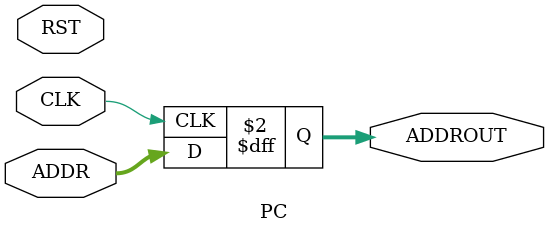
<source format=v>
module PC(ADDR, ADDROUT, CLK, RST);
    input CLK;
    input [31:0] ADDR;
    input RST;
    output reg [31:0] ADDROUT;

    
    always @(posedge CLK) begin
        // if (RST) ADDROUT <= 0; else begin
        ADDROUT <= ADDR;
        $display("PC: %b", ADDR);
        // end
    end


endmodule
</source>
